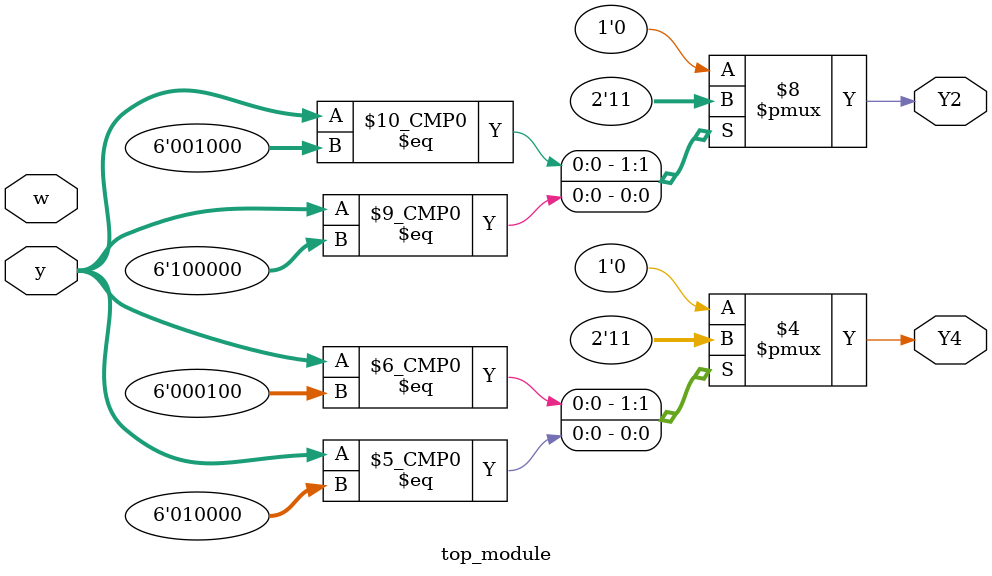
<source format=sv>
module top_module (
	input [6:1] y,
	input w,
	output Y2,
	output Y4
);
    reg Y2;
    reg Y4;
    
    always @*
    begin
        case (y)
            7'b000001 : begin Y2 = 0; Y4 = 0; end // state A
            7'b000010 : begin Y2 = 0; Y4 = 0; end // state B
            7'b000100 : begin Y2 = 0; Y4 = 1; end // state C
            7'b001000 : begin Y2 = 1; Y4 = 0; end // state D
            7'b010000 : begin Y2 = 0; Y4 = 1; end // state E
            7'b100000 : begin Y2 = 1; Y4 = 0; end // state F
            default  : begin Y2 = 0; Y4 = 0; end
        endcase
    end
    
endmodule

</source>
